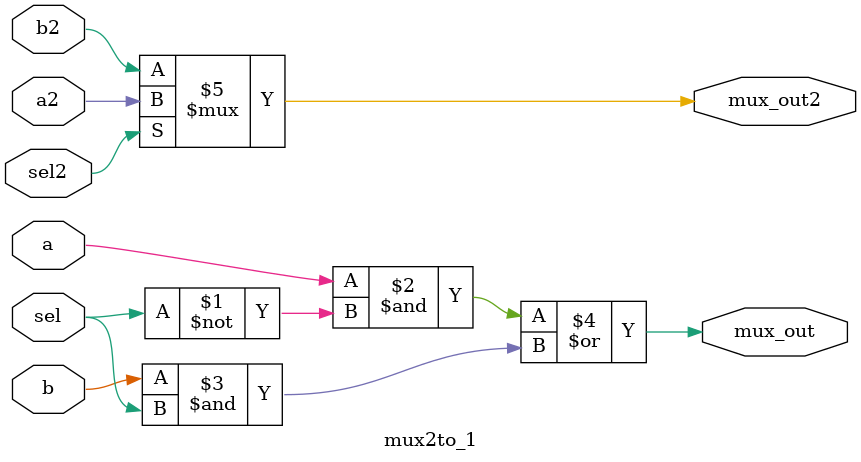
<source format=v>
`timescale 1ns / 1ps

module mux2to_1(
input a,b,a2,b2,
input sel,sel2,
output mux_out,mux_out2
);

assign mux_out = (a &~(sel)) | (b & sel);

assign mux_out2 = sel2 ? a2 : b2 ;
endmodule

</source>
